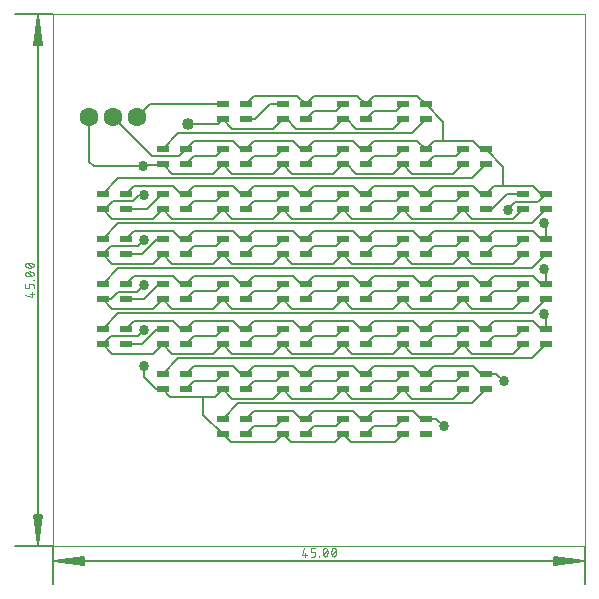
<source format=gtl>
G75*
%MOIN*%
%OFA0B0*%
%FSLAX25Y25*%
%IPPOS*%
%LPD*%
%AMOC8*
5,1,8,0,0,1.08239X$1,22.5*
%
%ADD10C,0.00000*%
%ADD11C,0.00512*%
%ADD12C,0.00300*%
%ADD13C,0.06299*%
%ADD14R,0.03937X0.02362*%
%ADD15C,0.00600*%
%ADD16C,0.03378*%
%ADD17C,0.04000*%
%ADD18C,0.00800*%
D10*
X0013933Y0013933D02*
X0013933Y0191098D01*
X0191098Y0191098D01*
X0191098Y0013933D01*
X0013933Y0013933D01*
D11*
X0013933Y0001256D01*
X0014189Y0008933D02*
X0024169Y0007909D01*
X0024169Y0007676D02*
X0024169Y0010190D01*
X0014189Y0008933D01*
X0024169Y0009957D01*
X0024169Y0009445D02*
X0014189Y0008933D01*
X0024169Y0008421D01*
X0024169Y0007676D02*
X0014189Y0008933D01*
X0190843Y0008933D01*
X0180862Y0007909D01*
X0180862Y0007676D02*
X0180862Y0010190D01*
X0190843Y0008933D01*
X0180862Y0009957D01*
X0180862Y0009445D02*
X0190843Y0008933D01*
X0180862Y0008421D01*
X0180862Y0007676D02*
X0190843Y0008933D01*
X0191098Y0013933D02*
X0191098Y0001256D01*
X0013933Y0013933D02*
X0001256Y0013933D01*
X0008933Y0014189D02*
X0009957Y0024169D01*
X0010190Y0024169D02*
X0008933Y0014189D01*
X0007909Y0024169D01*
X0007676Y0024169D02*
X0010190Y0024169D01*
X0009445Y0024169D02*
X0008933Y0014189D01*
X0008421Y0024169D01*
X0007676Y0024169D02*
X0008933Y0014189D01*
X0008933Y0190843D01*
X0009957Y0180862D01*
X0010190Y0180862D02*
X0008933Y0190843D01*
X0007909Y0180862D01*
X0007676Y0180862D02*
X0010190Y0180862D01*
X0009445Y0180862D02*
X0008933Y0190843D01*
X0008421Y0180862D01*
X0007676Y0180862D02*
X0008933Y0190843D01*
X0013933Y0191098D02*
X0001256Y0191098D01*
D12*
X0007068Y0106936D02*
X0006986Y0106898D01*
X0006903Y0106863D01*
X0006818Y0106831D01*
X0006733Y0106802D01*
X0006646Y0106777D01*
X0006558Y0106755D01*
X0006470Y0106737D01*
X0006381Y0106721D01*
X0006291Y0106709D01*
X0006202Y0106701D01*
X0006111Y0106696D01*
X0006021Y0106694D01*
X0007068Y0104056D02*
X0006986Y0104018D01*
X0006903Y0103983D01*
X0006818Y0103951D01*
X0006733Y0103922D01*
X0006646Y0103897D01*
X0006558Y0103875D01*
X0006470Y0103857D01*
X0006381Y0103841D01*
X0006291Y0103829D01*
X0006202Y0103821D01*
X0006111Y0103816D01*
X0006021Y0103814D01*
X0006021Y0105426D02*
X0005931Y0105424D01*
X0005840Y0105419D01*
X0005751Y0105411D01*
X0005661Y0105399D01*
X0005572Y0105383D01*
X0005484Y0105365D01*
X0005396Y0105343D01*
X0005309Y0105318D01*
X0005224Y0105289D01*
X0005139Y0105257D01*
X0005056Y0105222D01*
X0004974Y0105184D01*
X0005216Y0105265D02*
X0006827Y0103976D01*
X0007068Y0104056D02*
X0007111Y0104073D01*
X0007153Y0104093D01*
X0007193Y0104116D01*
X0007231Y0104142D01*
X0007267Y0104171D01*
X0007301Y0104203D01*
X0007332Y0104237D01*
X0007360Y0104274D01*
X0007385Y0104312D01*
X0007408Y0104353D01*
X0007427Y0104395D01*
X0007443Y0104438D01*
X0007455Y0104483D01*
X0007464Y0104528D01*
X0007469Y0104574D01*
X0007471Y0104620D01*
X0007469Y0104666D01*
X0007464Y0104712D01*
X0007455Y0104757D01*
X0007443Y0104802D01*
X0007427Y0104845D01*
X0007408Y0104887D01*
X0007385Y0104928D01*
X0007360Y0104966D01*
X0007332Y0105003D01*
X0007301Y0105037D01*
X0007267Y0105069D01*
X0007231Y0105098D01*
X0007193Y0105124D01*
X0007153Y0105147D01*
X0007111Y0105167D01*
X0007068Y0105184D01*
X0007068Y0108064D02*
X0006986Y0108102D01*
X0006903Y0108137D01*
X0006818Y0108169D01*
X0006733Y0108198D01*
X0006646Y0108223D01*
X0006558Y0108245D01*
X0006470Y0108263D01*
X0006381Y0108279D01*
X0006291Y0108291D01*
X0006202Y0108299D01*
X0006111Y0108304D01*
X0006021Y0108306D01*
X0006021Y0106694D02*
X0005931Y0106696D01*
X0005840Y0106701D01*
X0005751Y0106709D01*
X0005661Y0106721D01*
X0005572Y0106737D01*
X0005484Y0106755D01*
X0005396Y0106777D01*
X0005309Y0106802D01*
X0005224Y0106831D01*
X0005139Y0106863D01*
X0005056Y0106898D01*
X0004974Y0106936D01*
X0004571Y0107500D02*
X0004573Y0107546D01*
X0004578Y0107592D01*
X0004587Y0107637D01*
X0004599Y0107682D01*
X0004615Y0107725D01*
X0004634Y0107767D01*
X0004657Y0107808D01*
X0004682Y0107846D01*
X0004710Y0107883D01*
X0004741Y0107917D01*
X0004775Y0107949D01*
X0004811Y0107978D01*
X0004849Y0108004D01*
X0004889Y0108027D01*
X0004931Y0108047D01*
X0004974Y0108064D01*
X0005216Y0108145D02*
X0006827Y0106856D01*
X0007068Y0106936D02*
X0007111Y0106953D01*
X0007153Y0106973D01*
X0007193Y0106996D01*
X0007231Y0107022D01*
X0007267Y0107051D01*
X0007301Y0107083D01*
X0007332Y0107117D01*
X0007360Y0107154D01*
X0007385Y0107192D01*
X0007408Y0107233D01*
X0007427Y0107275D01*
X0007443Y0107318D01*
X0007455Y0107363D01*
X0007464Y0107408D01*
X0007469Y0107454D01*
X0007471Y0107500D01*
X0007469Y0107546D01*
X0007464Y0107592D01*
X0007455Y0107637D01*
X0007443Y0107682D01*
X0007427Y0107725D01*
X0007408Y0107767D01*
X0007385Y0107808D01*
X0007360Y0107846D01*
X0007332Y0107883D01*
X0007301Y0107917D01*
X0007267Y0107949D01*
X0007231Y0107978D01*
X0007193Y0108004D01*
X0007153Y0108027D01*
X0007111Y0108047D01*
X0007068Y0108064D01*
X0004974Y0106936D02*
X0004931Y0106953D01*
X0004889Y0106973D01*
X0004849Y0106996D01*
X0004811Y0107022D01*
X0004775Y0107051D01*
X0004741Y0107083D01*
X0004710Y0107117D01*
X0004682Y0107154D01*
X0004657Y0107192D01*
X0004634Y0107233D01*
X0004615Y0107275D01*
X0004599Y0107318D01*
X0004587Y0107363D01*
X0004578Y0107408D01*
X0004573Y0107454D01*
X0004571Y0107500D01*
X0004974Y0104056D02*
X0005056Y0104018D01*
X0005139Y0103983D01*
X0005224Y0103951D01*
X0005309Y0103922D01*
X0005396Y0103897D01*
X0005484Y0103875D01*
X0005572Y0103857D01*
X0005661Y0103841D01*
X0005751Y0103829D01*
X0005840Y0103821D01*
X0005931Y0103816D01*
X0006021Y0103814D01*
X0006021Y0105426D02*
X0006111Y0105424D01*
X0006202Y0105419D01*
X0006291Y0105411D01*
X0006381Y0105399D01*
X0006470Y0105383D01*
X0006558Y0105365D01*
X0006646Y0105343D01*
X0006733Y0105318D01*
X0006818Y0105289D01*
X0006903Y0105257D01*
X0006986Y0105222D01*
X0007068Y0105184D01*
X0006021Y0108306D02*
X0005931Y0108304D01*
X0005840Y0108299D01*
X0005751Y0108291D01*
X0005661Y0108279D01*
X0005572Y0108263D01*
X0005484Y0108245D01*
X0005396Y0108223D01*
X0005309Y0108198D01*
X0005224Y0108169D01*
X0005139Y0108137D01*
X0005056Y0108102D01*
X0004974Y0108064D01*
X0004974Y0105184D02*
X0004931Y0105167D01*
X0004889Y0105147D01*
X0004849Y0105124D01*
X0004811Y0105098D01*
X0004775Y0105069D01*
X0004741Y0105037D01*
X0004710Y0105003D01*
X0004682Y0104966D01*
X0004657Y0104928D01*
X0004634Y0104887D01*
X0004615Y0104845D01*
X0004599Y0104802D01*
X0004587Y0104757D01*
X0004578Y0104712D01*
X0004573Y0104666D01*
X0004571Y0104620D01*
X0004573Y0104574D01*
X0004578Y0104528D01*
X0004587Y0104483D01*
X0004599Y0104438D01*
X0004615Y0104395D01*
X0004634Y0104353D01*
X0004657Y0104312D01*
X0004682Y0104274D01*
X0004710Y0104237D01*
X0004741Y0104203D01*
X0004775Y0104171D01*
X0004811Y0104142D01*
X0004849Y0104116D01*
X0004889Y0104093D01*
X0004931Y0104073D01*
X0004974Y0104056D01*
X0004571Y0101394D02*
X0004571Y0099783D01*
X0005860Y0099783D01*
X0005860Y0100749D01*
X0005861Y0100749D02*
X0005863Y0100800D01*
X0005869Y0100850D01*
X0005879Y0100899D01*
X0005893Y0100948D01*
X0005910Y0100995D01*
X0005931Y0101041D01*
X0005956Y0101085D01*
X0005984Y0101128D01*
X0006015Y0101167D01*
X0006050Y0101204D01*
X0006087Y0101239D01*
X0006126Y0101270D01*
X0006169Y0101298D01*
X0006213Y0101323D01*
X0006259Y0101344D01*
X0006306Y0101361D01*
X0006355Y0101375D01*
X0006404Y0101385D01*
X0006454Y0101391D01*
X0006505Y0101393D01*
X0006505Y0101394D02*
X0006827Y0101394D01*
X0006827Y0101393D02*
X0006875Y0101391D01*
X0006923Y0101386D01*
X0006970Y0101377D01*
X0007017Y0101364D01*
X0007062Y0101348D01*
X0007106Y0101329D01*
X0007149Y0101307D01*
X0007190Y0101281D01*
X0007229Y0101252D01*
X0007265Y0101221D01*
X0007299Y0101187D01*
X0007330Y0101151D01*
X0007359Y0101112D01*
X0007385Y0101071D01*
X0007407Y0101028D01*
X0007426Y0100984D01*
X0007442Y0100939D01*
X0007455Y0100892D01*
X0007464Y0100845D01*
X0007469Y0100797D01*
X0007471Y0100749D01*
X0007471Y0099783D01*
X0006827Y0098514D02*
X0006827Y0096903D01*
X0004571Y0097547D01*
X0006182Y0098030D02*
X0007471Y0098030D01*
X0007471Y0102524D02*
X0007471Y0102685D01*
X0007310Y0102685D01*
X0007310Y0102524D01*
X0007471Y0102524D01*
X0097547Y0013295D02*
X0096903Y0011039D01*
X0098514Y0011039D01*
X0098030Y0010395D02*
X0098030Y0011684D01*
X0099783Y0012006D02*
X0099783Y0013295D01*
X0101394Y0013295D01*
X0100749Y0012006D02*
X0099783Y0012006D01*
X0100749Y0012006D02*
X0100797Y0012004D01*
X0100845Y0011999D01*
X0100892Y0011990D01*
X0100939Y0011977D01*
X0100984Y0011961D01*
X0101028Y0011942D01*
X0101071Y0011920D01*
X0101112Y0011894D01*
X0101151Y0011865D01*
X0101187Y0011834D01*
X0101221Y0011800D01*
X0101252Y0011764D01*
X0101281Y0011725D01*
X0101307Y0011684D01*
X0101329Y0011641D01*
X0101348Y0011597D01*
X0101364Y0011552D01*
X0101377Y0011505D01*
X0101386Y0011458D01*
X0101391Y0011410D01*
X0101393Y0011362D01*
X0101394Y0011362D02*
X0101394Y0011039D01*
X0101393Y0011039D02*
X0101391Y0010991D01*
X0101386Y0010943D01*
X0101377Y0010896D01*
X0101364Y0010849D01*
X0101348Y0010804D01*
X0101329Y0010760D01*
X0101307Y0010717D01*
X0101281Y0010676D01*
X0101252Y0010637D01*
X0101221Y0010601D01*
X0101187Y0010567D01*
X0101151Y0010536D01*
X0101112Y0010507D01*
X0101071Y0010481D01*
X0101028Y0010459D01*
X0100984Y0010440D01*
X0100939Y0010424D01*
X0100892Y0010411D01*
X0100845Y0010402D01*
X0100797Y0010397D01*
X0100749Y0010395D01*
X0099783Y0010395D01*
X0102524Y0010395D02*
X0102685Y0010395D01*
X0102685Y0010556D01*
X0102524Y0010556D01*
X0102524Y0010395D01*
X0105184Y0010798D02*
X0105222Y0010880D01*
X0105257Y0010963D01*
X0105289Y0011048D01*
X0105318Y0011133D01*
X0105343Y0011220D01*
X0105365Y0011308D01*
X0105383Y0011396D01*
X0105399Y0011485D01*
X0105411Y0011575D01*
X0105419Y0011664D01*
X0105424Y0011755D01*
X0105426Y0011845D01*
X0108064Y0010798D02*
X0108102Y0010880D01*
X0108137Y0010963D01*
X0108169Y0011048D01*
X0108198Y0011133D01*
X0108223Y0011220D01*
X0108245Y0011308D01*
X0108263Y0011396D01*
X0108279Y0011485D01*
X0108291Y0011575D01*
X0108299Y0011664D01*
X0108304Y0011755D01*
X0108306Y0011845D01*
X0106694Y0011845D02*
X0106696Y0011935D01*
X0106701Y0012026D01*
X0106709Y0012115D01*
X0106721Y0012205D01*
X0106737Y0012294D01*
X0106755Y0012382D01*
X0106777Y0012470D01*
X0106802Y0012557D01*
X0106831Y0012642D01*
X0106863Y0012727D01*
X0106898Y0012810D01*
X0106936Y0012892D01*
X0107500Y0013295D02*
X0107546Y0013293D01*
X0107592Y0013288D01*
X0107637Y0013279D01*
X0107682Y0013267D01*
X0107725Y0013251D01*
X0107767Y0013232D01*
X0107808Y0013209D01*
X0107846Y0013184D01*
X0107883Y0013156D01*
X0107917Y0013125D01*
X0107949Y0013091D01*
X0107978Y0013055D01*
X0108004Y0013017D01*
X0108027Y0012977D01*
X0108047Y0012935D01*
X0108064Y0012892D01*
X0108145Y0012650D02*
X0106856Y0011039D01*
X0107500Y0010395D02*
X0107546Y0010397D01*
X0107592Y0010402D01*
X0107637Y0010411D01*
X0107682Y0010423D01*
X0107725Y0010439D01*
X0107767Y0010458D01*
X0107808Y0010481D01*
X0107846Y0010506D01*
X0107883Y0010534D01*
X0107917Y0010565D01*
X0107949Y0010599D01*
X0107978Y0010635D01*
X0108004Y0010673D01*
X0108027Y0010713D01*
X0108047Y0010755D01*
X0108064Y0010798D01*
X0107500Y0010395D02*
X0107454Y0010397D01*
X0107408Y0010402D01*
X0107363Y0010411D01*
X0107318Y0010423D01*
X0107275Y0010439D01*
X0107233Y0010458D01*
X0107192Y0010481D01*
X0107154Y0010506D01*
X0107117Y0010534D01*
X0107083Y0010565D01*
X0107051Y0010599D01*
X0107022Y0010635D01*
X0106996Y0010673D01*
X0106973Y0010713D01*
X0106953Y0010755D01*
X0106936Y0010798D01*
X0104057Y0010798D02*
X0104019Y0010880D01*
X0103984Y0010963D01*
X0103952Y0011048D01*
X0103923Y0011133D01*
X0103898Y0011220D01*
X0103876Y0011308D01*
X0103858Y0011396D01*
X0103842Y0011485D01*
X0103830Y0011575D01*
X0103822Y0011664D01*
X0103817Y0011755D01*
X0103815Y0011845D01*
X0105426Y0011845D02*
X0105424Y0011935D01*
X0105419Y0012026D01*
X0105411Y0012115D01*
X0105399Y0012205D01*
X0105383Y0012294D01*
X0105365Y0012382D01*
X0105343Y0012470D01*
X0105318Y0012557D01*
X0105289Y0012642D01*
X0105257Y0012727D01*
X0105222Y0012810D01*
X0105184Y0012892D01*
X0105265Y0012650D02*
X0103976Y0011039D01*
X0104620Y0010395D02*
X0104666Y0010397D01*
X0104712Y0010402D01*
X0104757Y0010411D01*
X0104802Y0010423D01*
X0104845Y0010439D01*
X0104887Y0010458D01*
X0104928Y0010481D01*
X0104966Y0010506D01*
X0105003Y0010534D01*
X0105037Y0010565D01*
X0105069Y0010599D01*
X0105098Y0010635D01*
X0105124Y0010673D01*
X0105147Y0010713D01*
X0105167Y0010755D01*
X0105184Y0010798D01*
X0104620Y0010395D02*
X0104574Y0010397D01*
X0104528Y0010402D01*
X0104483Y0010411D01*
X0104438Y0010423D01*
X0104395Y0010439D01*
X0104353Y0010458D01*
X0104312Y0010481D01*
X0104274Y0010506D01*
X0104237Y0010534D01*
X0104203Y0010565D01*
X0104171Y0010599D01*
X0104142Y0010635D01*
X0104116Y0010673D01*
X0104093Y0010713D01*
X0104073Y0010755D01*
X0104056Y0010798D01*
X0104056Y0012892D02*
X0104073Y0012935D01*
X0104093Y0012977D01*
X0104116Y0013017D01*
X0104142Y0013055D01*
X0104171Y0013091D01*
X0104203Y0013125D01*
X0104237Y0013156D01*
X0104274Y0013184D01*
X0104312Y0013209D01*
X0104353Y0013232D01*
X0104395Y0013251D01*
X0104438Y0013267D01*
X0104483Y0013279D01*
X0104528Y0013288D01*
X0104574Y0013293D01*
X0104620Y0013295D01*
X0104666Y0013293D01*
X0104712Y0013288D01*
X0104757Y0013279D01*
X0104802Y0013267D01*
X0104845Y0013251D01*
X0104887Y0013232D01*
X0104928Y0013209D01*
X0104966Y0013184D01*
X0105003Y0013156D01*
X0105037Y0013125D01*
X0105069Y0013091D01*
X0105098Y0013055D01*
X0105124Y0013017D01*
X0105147Y0012977D01*
X0105167Y0012935D01*
X0105184Y0012892D01*
X0108064Y0012892D02*
X0108102Y0012810D01*
X0108137Y0012727D01*
X0108169Y0012642D01*
X0108198Y0012557D01*
X0108223Y0012470D01*
X0108245Y0012382D01*
X0108263Y0012294D01*
X0108279Y0012205D01*
X0108291Y0012115D01*
X0108299Y0012026D01*
X0108304Y0011935D01*
X0108306Y0011845D01*
X0106695Y0011845D02*
X0106697Y0011755D01*
X0106702Y0011664D01*
X0106710Y0011575D01*
X0106722Y0011485D01*
X0106738Y0011396D01*
X0106756Y0011308D01*
X0106778Y0011220D01*
X0106803Y0011133D01*
X0106832Y0011048D01*
X0106864Y0010963D01*
X0106899Y0010880D01*
X0106937Y0010798D01*
X0103814Y0011845D02*
X0103816Y0011935D01*
X0103821Y0012026D01*
X0103829Y0012115D01*
X0103841Y0012205D01*
X0103857Y0012294D01*
X0103875Y0012382D01*
X0103897Y0012470D01*
X0103922Y0012557D01*
X0103951Y0012642D01*
X0103983Y0012727D01*
X0104018Y0012810D01*
X0104056Y0012892D01*
X0106936Y0012892D02*
X0106953Y0012935D01*
X0106973Y0012977D01*
X0106996Y0013017D01*
X0107022Y0013055D01*
X0107051Y0013091D01*
X0107083Y0013125D01*
X0107117Y0013156D01*
X0107154Y0013184D01*
X0107192Y0013209D01*
X0107233Y0013232D01*
X0107275Y0013251D01*
X0107318Y0013267D01*
X0107363Y0013279D01*
X0107408Y0013288D01*
X0107454Y0013293D01*
X0107500Y0013295D01*
D13*
X0041807Y0156768D03*
X0033933Y0156768D03*
X0026059Y0156768D03*
D14*
X0050409Y0146217D03*
X0058087Y0146217D03*
X0058087Y0141098D03*
X0050409Y0141098D03*
X0050409Y0131217D03*
X0058087Y0131217D03*
X0058087Y0126098D03*
X0050409Y0126098D03*
X0050409Y0116217D03*
X0050409Y0111098D03*
X0058087Y0111098D03*
X0058087Y0116217D03*
X0070409Y0116217D03*
X0070409Y0111098D03*
X0078087Y0111098D03*
X0078087Y0116217D03*
X0078087Y0126098D03*
X0078087Y0131217D03*
X0070409Y0131217D03*
X0070409Y0126098D03*
X0070409Y0141098D03*
X0070409Y0146217D03*
X0078087Y0146217D03*
X0078087Y0141098D03*
X0090409Y0141098D03*
X0090409Y0146217D03*
X0098087Y0146217D03*
X0098087Y0141098D03*
X0098087Y0131217D03*
X0098087Y0126098D03*
X0090409Y0126098D03*
X0090409Y0131217D03*
X0090409Y0116217D03*
X0090409Y0111098D03*
X0098087Y0111098D03*
X0098087Y0116217D03*
X0110409Y0116217D03*
X0110409Y0111098D03*
X0118087Y0111098D03*
X0118087Y0116217D03*
X0118087Y0126098D03*
X0110409Y0126098D03*
X0110409Y0131217D03*
X0118087Y0131217D03*
X0118087Y0141098D03*
X0110409Y0141098D03*
X0110409Y0146217D03*
X0118087Y0146217D03*
X0118087Y0156098D03*
X0118087Y0161217D03*
X0110409Y0161217D03*
X0110409Y0156098D03*
X0098087Y0156098D03*
X0098087Y0161217D03*
X0090409Y0161217D03*
X0090409Y0156098D03*
X0078087Y0156098D03*
X0078087Y0161217D03*
X0070409Y0161217D03*
X0070409Y0156098D03*
X0038087Y0131217D03*
X0038087Y0126098D03*
X0030409Y0126098D03*
X0030409Y0131217D03*
X0030409Y0116217D03*
X0030409Y0111098D03*
X0038087Y0111098D03*
X0038087Y0116217D03*
X0038087Y0101217D03*
X0038087Y0096098D03*
X0030409Y0096098D03*
X0030409Y0101217D03*
X0030409Y0086217D03*
X0030409Y0081098D03*
X0038087Y0081098D03*
X0038087Y0086217D03*
X0050409Y0086217D03*
X0050409Y0081098D03*
X0058087Y0081098D03*
X0058087Y0086217D03*
X0070409Y0086217D03*
X0070409Y0081098D03*
X0078087Y0081098D03*
X0078087Y0086217D03*
X0090409Y0086217D03*
X0090409Y0081098D03*
X0098087Y0081098D03*
X0098087Y0086217D03*
X0110409Y0086217D03*
X0110409Y0081098D03*
X0118087Y0081098D03*
X0118087Y0086217D03*
X0118087Y0096098D03*
X0118087Y0101217D03*
X0110409Y0101217D03*
X0110409Y0096098D03*
X0098087Y0096098D03*
X0098087Y0101217D03*
X0090409Y0101217D03*
X0090409Y0096098D03*
X0078087Y0096098D03*
X0078087Y0101217D03*
X0070409Y0101217D03*
X0070409Y0096098D03*
X0058087Y0096098D03*
X0058087Y0101217D03*
X0050409Y0101217D03*
X0050409Y0096098D03*
X0050409Y0071217D03*
X0058087Y0071217D03*
X0058087Y0066098D03*
X0050409Y0066098D03*
X0070409Y0066098D03*
X0070409Y0071217D03*
X0078087Y0071217D03*
X0078087Y0066098D03*
X0078087Y0056217D03*
X0078087Y0051098D03*
X0070409Y0051098D03*
X0070409Y0056217D03*
X0090409Y0056217D03*
X0090409Y0051098D03*
X0098087Y0051098D03*
X0098087Y0056217D03*
X0098087Y0066098D03*
X0098087Y0071217D03*
X0090409Y0071217D03*
X0090409Y0066098D03*
X0110409Y0066098D03*
X0118087Y0066098D03*
X0118087Y0071217D03*
X0110409Y0071217D03*
X0110409Y0056217D03*
X0118087Y0056217D03*
X0118087Y0051098D03*
X0110409Y0051098D03*
X0130409Y0051098D03*
X0138087Y0051098D03*
X0138087Y0056217D03*
X0130409Y0056217D03*
X0130409Y0066098D03*
X0138087Y0066098D03*
X0138087Y0071217D03*
X0130409Y0071217D03*
X0130409Y0081098D03*
X0130409Y0086217D03*
X0138087Y0086217D03*
X0138087Y0081098D03*
X0150409Y0081098D03*
X0150409Y0086217D03*
X0158087Y0086217D03*
X0158087Y0081098D03*
X0158087Y0071217D03*
X0158087Y0066098D03*
X0150409Y0066098D03*
X0150409Y0071217D03*
X0170409Y0081098D03*
X0170409Y0086217D03*
X0178087Y0086217D03*
X0178087Y0081098D03*
X0178087Y0096098D03*
X0178087Y0101217D03*
X0170409Y0101217D03*
X0170409Y0096098D03*
X0158087Y0096098D03*
X0158087Y0101217D03*
X0150409Y0101217D03*
X0150409Y0096098D03*
X0138087Y0096098D03*
X0138087Y0101217D03*
X0130409Y0101217D03*
X0130409Y0096098D03*
X0130409Y0111098D03*
X0130409Y0116217D03*
X0138087Y0116217D03*
X0138087Y0111098D03*
X0150409Y0111098D03*
X0150409Y0116217D03*
X0158087Y0116217D03*
X0158087Y0111098D03*
X0170409Y0111098D03*
X0170409Y0116217D03*
X0178087Y0116217D03*
X0178087Y0111098D03*
X0178087Y0126098D03*
X0170409Y0126098D03*
X0170409Y0131217D03*
X0178087Y0131217D03*
X0158087Y0131217D03*
X0158087Y0126098D03*
X0150409Y0126098D03*
X0150409Y0131217D03*
X0150409Y0141098D03*
X0150409Y0146217D03*
X0158087Y0146217D03*
X0158087Y0141098D03*
X0138087Y0141098D03*
X0130409Y0141098D03*
X0130409Y0146217D03*
X0138087Y0146217D03*
X0138087Y0156098D03*
X0138087Y0161217D03*
X0130409Y0161217D03*
X0130409Y0156098D03*
X0130409Y0131217D03*
X0138087Y0131217D03*
X0138087Y0126098D03*
X0130409Y0126098D03*
D15*
X0127244Y0122933D01*
X0113575Y0122933D01*
X0110409Y0126098D01*
X0107244Y0122933D01*
X0093575Y0122933D01*
X0090409Y0126098D01*
X0087244Y0122933D01*
X0073575Y0122933D01*
X0070409Y0126098D01*
X0067244Y0122933D01*
X0053575Y0122933D01*
X0050409Y0126098D01*
X0047244Y0122933D01*
X0033575Y0122933D01*
X0030409Y0126098D01*
X0035626Y0121433D02*
X0173421Y0121433D01*
X0178087Y0126098D01*
X0175803Y0128933D02*
X0178087Y0131217D01*
X0176650Y0131217D01*
X0173933Y0133933D01*
X0163933Y0133933D01*
X0163933Y0140370D01*
X0158087Y0146217D01*
X0156650Y0146217D01*
X0153933Y0148933D01*
X0143933Y0148933D01*
X0143933Y0155370D01*
X0138087Y0161217D01*
X0135370Y0163933D01*
X0120803Y0163933D01*
X0118087Y0161217D01*
X0115370Y0163933D01*
X0100803Y0163933D01*
X0098087Y0161217D01*
X0095370Y0163933D01*
X0080803Y0163933D01*
X0078087Y0161217D01*
X0078087Y0156098D02*
X0081098Y0156098D01*
X0086217Y0161217D01*
X0090409Y0161217D01*
X0090409Y0156098D02*
X0091768Y0156098D01*
X0094933Y0152933D01*
X0107244Y0152933D01*
X0110409Y0156098D01*
X0111768Y0156098D01*
X0114933Y0152933D01*
X0127244Y0152933D01*
X0130409Y0156098D01*
X0128126Y0158933D02*
X0120921Y0158933D01*
X0118087Y0156098D01*
X0110409Y0161217D02*
X0108126Y0158933D01*
X0100921Y0158933D01*
X0098087Y0156098D01*
X0100803Y0148933D02*
X0098087Y0146217D01*
X0096650Y0146217D01*
X0093933Y0148933D01*
X0080803Y0148933D01*
X0078087Y0146217D01*
X0076650Y0146217D01*
X0073933Y0148933D01*
X0060803Y0148933D01*
X0058087Y0146217D01*
X0055803Y0143933D01*
X0046768Y0143933D01*
X0033933Y0156768D01*
X0041807Y0156768D02*
X0046256Y0161217D01*
X0070409Y0161217D01*
X0070409Y0156098D02*
X0073575Y0152933D01*
X0087244Y0152933D01*
X0090409Y0156098D01*
X0090409Y0146217D02*
X0088126Y0143933D01*
X0080921Y0143933D01*
X0078087Y0141098D01*
X0073575Y0137933D02*
X0087244Y0137933D01*
X0090409Y0141098D01*
X0093575Y0137933D01*
X0107244Y0137933D01*
X0110409Y0141098D01*
X0111768Y0141098D01*
X0114933Y0137933D01*
X0127244Y0137933D01*
X0130409Y0141098D01*
X0133575Y0137933D01*
X0147244Y0137933D01*
X0150409Y0141098D01*
X0148126Y0143933D02*
X0140921Y0143933D01*
X0138087Y0141098D01*
X0138087Y0146217D02*
X0135370Y0148933D01*
X0120803Y0148933D01*
X0118087Y0146217D01*
X0116650Y0146217D01*
X0113933Y0148933D01*
X0100803Y0148933D01*
X0100921Y0143933D02*
X0108126Y0143933D01*
X0110409Y0146217D01*
X0118087Y0141098D02*
X0120921Y0143933D01*
X0128126Y0143933D01*
X0130409Y0146217D01*
X0133421Y0151433D02*
X0055626Y0151433D01*
X0050409Y0146217D01*
X0050409Y0141098D02*
X0050754Y0140754D01*
X0044254Y0140754D01*
X0043933Y0140433D01*
X0027433Y0140433D01*
X0026059Y0141807D01*
X0026059Y0156768D01*
X0035626Y0136433D02*
X0153421Y0136433D01*
X0158087Y0141098D01*
X0160803Y0133933D02*
X0158087Y0131217D01*
X0156650Y0131217D01*
X0153933Y0133933D01*
X0140803Y0133933D01*
X0138087Y0131217D01*
X0136650Y0131217D01*
X0133933Y0133933D01*
X0120803Y0133933D01*
X0118087Y0131217D01*
X0116650Y0131217D01*
X0113933Y0133933D01*
X0100803Y0133933D01*
X0098087Y0131217D01*
X0096650Y0131217D01*
X0093933Y0133933D01*
X0080803Y0133933D01*
X0078087Y0131217D01*
X0076650Y0131217D01*
X0073933Y0133933D01*
X0060803Y0133933D01*
X0058087Y0131217D01*
X0056650Y0131217D01*
X0053933Y0133933D01*
X0040803Y0133933D01*
X0038087Y0131217D01*
X0035626Y0136433D02*
X0030409Y0131217D01*
X0035626Y0121433D02*
X0030409Y0116217D01*
X0030409Y0111098D02*
X0033575Y0107933D01*
X0047244Y0107933D01*
X0050409Y0111098D01*
X0053575Y0107933D01*
X0067244Y0107933D01*
X0070409Y0111098D01*
X0073575Y0107933D01*
X0087244Y0107933D01*
X0090409Y0111098D01*
X0093575Y0107933D01*
X0107244Y0107933D01*
X0110409Y0111098D01*
X0113575Y0107933D01*
X0127244Y0107933D01*
X0130409Y0111098D01*
X0133575Y0107933D01*
X0147244Y0107933D01*
X0150409Y0111098D01*
X0153575Y0107933D01*
X0167244Y0107933D01*
X0170409Y0111098D01*
X0168126Y0113933D02*
X0170409Y0116217D01*
X0168126Y0113933D02*
X0160921Y0113933D01*
X0158087Y0111098D01*
X0158087Y0116217D02*
X0156650Y0116217D01*
X0153933Y0118933D01*
X0140803Y0118933D01*
X0138087Y0116217D01*
X0136650Y0116217D01*
X0133933Y0118933D01*
X0120803Y0118933D01*
X0118087Y0116217D01*
X0116650Y0116217D01*
X0113933Y0118933D01*
X0100803Y0118933D01*
X0098087Y0116217D01*
X0096650Y0116217D01*
X0093933Y0118933D01*
X0080803Y0118933D01*
X0078087Y0116217D01*
X0076650Y0116217D01*
X0073933Y0118933D01*
X0060803Y0118933D01*
X0058087Y0116217D01*
X0056650Y0116217D01*
X0053933Y0118933D01*
X0040803Y0118933D01*
X0038087Y0116217D01*
X0035626Y0106433D02*
X0173421Y0106433D01*
X0178087Y0111098D01*
X0178087Y0116217D02*
X0178087Y0121076D01*
X0177730Y0121433D01*
X0173933Y0118933D02*
X0160803Y0118933D01*
X0158087Y0116217D01*
X0150409Y0116217D02*
X0148126Y0113933D01*
X0140921Y0113933D01*
X0138087Y0111098D01*
X0130409Y0116217D02*
X0128126Y0113933D01*
X0120921Y0113933D01*
X0118087Y0111098D01*
X0110409Y0116217D02*
X0108126Y0113933D01*
X0100921Y0113933D01*
X0098087Y0111098D01*
X0100803Y0103933D02*
X0098087Y0101217D01*
X0096650Y0101217D01*
X0093933Y0103933D01*
X0080803Y0103933D01*
X0078087Y0101217D01*
X0076650Y0101217D01*
X0073933Y0103933D01*
X0060803Y0103933D01*
X0058087Y0101217D01*
X0056650Y0101217D01*
X0053933Y0103933D01*
X0040803Y0103933D01*
X0038087Y0101217D01*
X0035626Y0106433D02*
X0030409Y0101217D01*
X0030409Y0096098D02*
X0033575Y0092933D01*
X0047244Y0092933D01*
X0050409Y0096098D01*
X0053575Y0092933D01*
X0067244Y0092933D01*
X0070409Y0096098D01*
X0073575Y0092933D01*
X0087244Y0092933D01*
X0090409Y0096098D01*
X0093575Y0092933D01*
X0107244Y0092933D01*
X0110409Y0096098D01*
X0113575Y0092933D01*
X0127244Y0092933D01*
X0130409Y0096098D01*
X0133575Y0092933D01*
X0147244Y0092933D01*
X0150409Y0096098D01*
X0153575Y0092933D01*
X0167244Y0092933D01*
X0170409Y0096098D01*
X0168126Y0098933D02*
X0160921Y0098933D01*
X0158087Y0096098D01*
X0158087Y0101217D02*
X0156650Y0101217D01*
X0153933Y0103933D01*
X0140803Y0103933D01*
X0138087Y0101217D01*
X0136650Y0101217D01*
X0133933Y0103933D01*
X0120803Y0103933D01*
X0118087Y0101217D01*
X0116650Y0101217D01*
X0113933Y0103933D01*
X0100803Y0103933D01*
X0100921Y0098933D02*
X0108126Y0098933D01*
X0110409Y0101217D01*
X0118087Y0096098D02*
X0120921Y0098933D01*
X0128126Y0098933D01*
X0130409Y0101217D01*
X0138087Y0096098D02*
X0140921Y0098933D01*
X0148126Y0098933D01*
X0150409Y0101217D01*
X0158087Y0101217D02*
X0160803Y0103933D01*
X0173933Y0103933D01*
X0176650Y0101217D01*
X0178087Y0101217D01*
X0178087Y0105780D01*
X0177581Y0106285D01*
X0170409Y0101217D02*
X0168126Y0098933D01*
X0173421Y0091433D02*
X0035626Y0091433D01*
X0030409Y0086217D01*
X0030409Y0081098D02*
X0033575Y0077933D01*
X0047244Y0077933D01*
X0050409Y0081098D01*
X0053575Y0077933D01*
X0067244Y0077933D01*
X0070409Y0081098D01*
X0073575Y0077933D01*
X0087244Y0077933D01*
X0090409Y0081098D01*
X0093575Y0077933D01*
X0107244Y0077933D01*
X0110409Y0081098D01*
X0113575Y0077933D01*
X0127244Y0077933D01*
X0130409Y0081098D01*
X0133575Y0077933D01*
X0147244Y0077933D01*
X0150409Y0081098D01*
X0153575Y0077933D01*
X0167244Y0077933D01*
X0170409Y0081098D01*
X0168126Y0083933D02*
X0160921Y0083933D01*
X0158087Y0081098D01*
X0158087Y0086217D02*
X0156650Y0086217D01*
X0153933Y0088933D01*
X0140803Y0088933D01*
X0138087Y0086217D01*
X0136650Y0086217D01*
X0133933Y0088933D01*
X0120803Y0088933D01*
X0118087Y0086217D01*
X0116650Y0086217D01*
X0113933Y0088933D01*
X0100803Y0088933D01*
X0098087Y0086217D01*
X0096650Y0086217D01*
X0093933Y0088933D01*
X0080803Y0088933D01*
X0078087Y0086217D01*
X0076650Y0086217D01*
X0073933Y0088933D01*
X0060803Y0088933D01*
X0058087Y0086217D01*
X0056650Y0086217D01*
X0053933Y0088933D01*
X0040803Y0088933D01*
X0038087Y0086217D01*
X0050409Y0071217D02*
X0055626Y0076433D01*
X0173421Y0076433D01*
X0178087Y0081098D01*
X0178087Y0086217D02*
X0178087Y0090780D01*
X0177581Y0091285D01*
X0173421Y0091433D02*
X0178087Y0096098D01*
X0173933Y0088933D02*
X0160803Y0088933D01*
X0158087Y0086217D01*
X0168126Y0083933D02*
X0170409Y0086217D01*
X0173933Y0088933D02*
X0176650Y0086217D01*
X0178087Y0086217D01*
X0161650Y0071217D02*
X0164081Y0068785D01*
X0161650Y0071217D02*
X0158087Y0071217D01*
X0156650Y0071217D01*
X0153933Y0073933D01*
X0140803Y0073933D01*
X0138087Y0071217D01*
X0136650Y0071217D01*
X0133933Y0073933D01*
X0120803Y0073933D01*
X0118087Y0071217D01*
X0116650Y0071217D01*
X0113933Y0073933D01*
X0100803Y0073933D01*
X0098087Y0071217D01*
X0096650Y0071217D01*
X0093933Y0073933D01*
X0080803Y0073933D01*
X0078087Y0071217D01*
X0076650Y0071217D01*
X0073933Y0073933D01*
X0060803Y0073933D01*
X0058087Y0071217D01*
X0060921Y0068933D02*
X0068126Y0068933D01*
X0070409Y0071217D01*
X0060921Y0068933D02*
X0058087Y0066098D01*
X0070409Y0066098D02*
X0073575Y0062933D01*
X0087244Y0062933D01*
X0090409Y0066098D01*
X0093575Y0062933D01*
X0107244Y0062933D01*
X0110409Y0066098D01*
X0113575Y0062933D01*
X0127244Y0062933D01*
X0130409Y0066098D01*
X0133575Y0062933D01*
X0147244Y0062933D01*
X0150409Y0066098D01*
X0148126Y0068933D02*
X0140921Y0068933D01*
X0138087Y0066098D01*
X0133933Y0058933D02*
X0120803Y0058933D01*
X0118087Y0056217D01*
X0116650Y0056217D01*
X0113933Y0058933D01*
X0100803Y0058933D01*
X0098087Y0056217D01*
X0096650Y0056217D01*
X0093933Y0058933D01*
X0080803Y0058933D01*
X0078087Y0056217D01*
X0080921Y0053933D02*
X0088126Y0053933D01*
X0090409Y0056217D01*
X0090409Y0051098D02*
X0087744Y0048433D01*
X0073075Y0048433D01*
X0070409Y0051098D01*
X0070409Y0056217D02*
X0075626Y0061433D01*
X0153421Y0061433D01*
X0158087Y0066098D01*
X0150409Y0071217D02*
X0148126Y0068933D01*
X0141650Y0056217D02*
X0138087Y0056217D01*
X0136650Y0056217D01*
X0133933Y0058933D01*
X0130409Y0056217D02*
X0128126Y0053933D01*
X0120921Y0053933D01*
X0118087Y0051098D01*
X0113075Y0048433D02*
X0127744Y0048433D01*
X0130409Y0051098D01*
X0141650Y0056217D02*
X0144081Y0053785D01*
X0128126Y0068933D02*
X0120921Y0068933D01*
X0118087Y0066098D01*
X0110409Y0071217D02*
X0108126Y0068933D01*
X0100921Y0068933D01*
X0098087Y0066098D01*
X0090409Y0071217D02*
X0088126Y0068933D01*
X0080921Y0068933D01*
X0078087Y0066098D01*
X0080921Y0053933D02*
X0078087Y0051098D01*
X0090409Y0051098D02*
X0093075Y0048433D01*
X0107744Y0048433D01*
X0110409Y0051098D01*
X0113075Y0048433D01*
X0108126Y0053933D02*
X0100921Y0053933D01*
X0098087Y0051098D01*
X0108126Y0053933D02*
X0110409Y0056217D01*
X0128126Y0068933D02*
X0130409Y0071217D01*
X0138087Y0081098D02*
X0140921Y0083933D01*
X0148126Y0083933D01*
X0150409Y0086217D01*
X0130409Y0086217D02*
X0128126Y0083933D01*
X0120921Y0083933D01*
X0118087Y0081098D01*
X0110409Y0086217D02*
X0108126Y0083933D01*
X0100921Y0083933D01*
X0098087Y0081098D01*
X0090409Y0086217D02*
X0088126Y0083933D01*
X0080921Y0083933D01*
X0078087Y0081098D01*
X0070409Y0086217D02*
X0068126Y0083933D01*
X0060921Y0083933D01*
X0058087Y0081098D01*
X0058087Y0096098D02*
X0060921Y0098933D01*
X0068126Y0098933D01*
X0070409Y0101217D01*
X0078087Y0096098D02*
X0080921Y0098933D01*
X0088126Y0098933D01*
X0090409Y0101217D01*
X0098087Y0096098D02*
X0100921Y0098933D01*
X0088126Y0113933D02*
X0080921Y0113933D01*
X0078087Y0111098D01*
X0070409Y0116217D02*
X0068126Y0113933D01*
X0060921Y0113933D01*
X0058087Y0111098D01*
X0058087Y0126098D02*
X0060921Y0128933D01*
X0068126Y0128933D01*
X0070409Y0131217D01*
X0067244Y0137933D02*
X0053575Y0137933D01*
X0050754Y0140754D01*
X0058087Y0141098D02*
X0060921Y0143933D01*
X0068126Y0143933D01*
X0070409Y0146217D01*
X0070409Y0141098D02*
X0067244Y0137933D01*
X0070409Y0141098D02*
X0073575Y0137933D01*
X0080921Y0128933D02*
X0088126Y0128933D01*
X0090409Y0131217D01*
X0098087Y0126098D02*
X0100921Y0128933D01*
X0108126Y0128933D01*
X0110409Y0131217D01*
X0118087Y0126098D02*
X0120921Y0128933D01*
X0128126Y0128933D01*
X0130409Y0131217D01*
X0138087Y0126098D02*
X0140921Y0128933D01*
X0148126Y0128933D01*
X0150409Y0131217D01*
X0150409Y0126098D02*
X0147244Y0122933D01*
X0133575Y0122933D01*
X0130409Y0126098D01*
X0150409Y0126098D02*
X0153575Y0122933D01*
X0167244Y0122933D01*
X0170409Y0126098D01*
X0173933Y0118933D02*
X0176650Y0116217D01*
X0178087Y0116217D01*
X0163933Y0133933D02*
X0160803Y0133933D01*
X0150409Y0146217D02*
X0148126Y0143933D01*
X0143933Y0148933D02*
X0140803Y0148933D01*
X0138087Y0146217D01*
X0133421Y0151433D02*
X0138087Y0156098D01*
X0130409Y0161217D02*
X0128126Y0158933D01*
X0100921Y0143933D02*
X0098087Y0141098D01*
X0080921Y0128933D02*
X0078087Y0126098D01*
X0088126Y0113933D02*
X0090409Y0116217D01*
D16*
X0044081Y0115785D03*
X0044081Y0130785D03*
X0043933Y0140433D03*
X0044081Y0100785D03*
X0044081Y0085785D03*
X0044081Y0073785D03*
X0144081Y0053785D03*
X0164081Y0068785D03*
X0177581Y0091285D03*
X0177581Y0106285D03*
X0177730Y0121433D03*
X0165581Y0125785D03*
D17*
X0058933Y0154533D03*
D18*
X0068844Y0154533D01*
X0070409Y0156098D01*
X0050409Y0131217D02*
X0050217Y0131217D01*
X0045098Y0126098D01*
X0038087Y0126098D01*
X0040552Y0128835D02*
X0035621Y0128835D01*
X0035523Y0128933D01*
X0033933Y0128933D01*
X0031098Y0126098D01*
X0030409Y0126098D01*
X0040552Y0128835D02*
X0042501Y0130785D01*
X0044081Y0130785D01*
X0044081Y0115785D02*
X0042132Y0113835D01*
X0033146Y0113835D01*
X0030409Y0111098D01*
X0038087Y0111098D02*
X0043598Y0111098D01*
X0048717Y0116217D01*
X0050409Y0116217D01*
X0050409Y0101217D02*
X0049217Y0101217D01*
X0044098Y0096098D01*
X0038087Y0096098D01*
X0035621Y0098480D02*
X0041776Y0098480D01*
X0044081Y0100785D01*
X0035621Y0098480D02*
X0033240Y0096098D01*
X0030409Y0096098D01*
X0033146Y0083835D02*
X0042132Y0083835D01*
X0044081Y0085785D01*
X0048717Y0086217D02*
X0043598Y0081098D01*
X0038087Y0081098D01*
X0033146Y0083835D02*
X0030409Y0081098D01*
X0044081Y0073785D02*
X0044081Y0070285D01*
X0048268Y0066098D01*
X0050409Y0066098D01*
X0052791Y0063717D01*
X0063933Y0063717D01*
X0063933Y0057575D01*
X0070409Y0051098D01*
X0068028Y0063717D02*
X0063933Y0063717D01*
X0068028Y0063717D02*
X0070409Y0066098D01*
X0050409Y0086217D02*
X0048717Y0086217D01*
X0158087Y0126098D02*
X0160098Y0126098D01*
X0165217Y0131217D01*
X0170409Y0131217D01*
X0167944Y0128480D02*
X0165581Y0126117D01*
X0165581Y0125785D01*
X0167944Y0128480D02*
X0175350Y0128480D01*
X0175803Y0128933D01*
M02*

</source>
